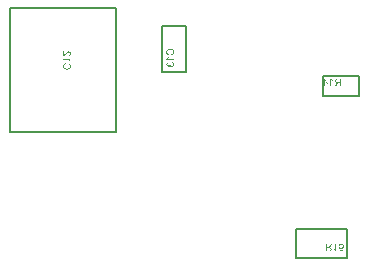
<source format=gbr>
%TF.GenerationSoftware,Altium Limited,Altium Designer,23.6.0 (18)*%
G04 Layer_Color=32896*
%FSLAX45Y45*%
%MOMM*%
%TF.SameCoordinates,CA757A27-890D-4031-9470-5F8B39CF6935*%
%TF.FilePolarity,Positive*%
%TF.FileFunction,Other,Bottom_Assembly*%
%TF.Part,Single*%
G01*
G75*
%TA.AperFunction,NonConductor*%
%ADD53C,0.20000*%
G36*
X10409519Y5015684D02*
X10410536Y5014205D01*
X10411738Y5012725D01*
X10412848Y5011431D01*
X10413957Y5010321D01*
X10414789Y5009397D01*
X10415159Y5009120D01*
X10415436Y5008842D01*
X10415529Y5008750D01*
X10415621Y5008657D01*
X10417563Y5007085D01*
X10419504Y5005606D01*
X10421354Y5004312D01*
X10423203Y5003295D01*
X10424774Y5002370D01*
X10425422Y5002000D01*
X10425976Y5001723D01*
X10426439Y5001446D01*
X10426808Y5001353D01*
X10426993Y5001168D01*
X10427086D01*
Y4993587D01*
X10425699Y4994142D01*
X10424312Y4994789D01*
X10422925Y4995436D01*
X10421631Y4996083D01*
X10420521Y4996638D01*
X10419597Y4997100D01*
X10419042Y4997470D01*
X10418950Y4997563D01*
X10418857D01*
X10417193Y4998580D01*
X10415714Y4999597D01*
X10414419Y5000521D01*
X10413402Y5001353D01*
X10412478Y5002000D01*
X10411923Y5002555D01*
X10411461Y5002925D01*
X10411368Y5003017D01*
Y4952999D01*
X10403510D01*
Y5017256D01*
X10408595D01*
X10409519Y5015684D01*
D02*
G37*
G36*
X10494301Y4952999D02*
X10485795D01*
Y4981383D01*
X10474886D01*
X10473869Y4981290D01*
X10473129D01*
X10472482Y4981198D01*
X10472019Y4981105D01*
X10471650D01*
X10471465Y4981013D01*
X10471372D01*
X10469893Y4980551D01*
X10469246Y4980273D01*
X10468691Y4979996D01*
X10468136Y4979719D01*
X10467766Y4979534D01*
X10467582Y4979441D01*
X10467489Y4979349D01*
X10466749Y4978794D01*
X10466010Y4978147D01*
X10464623Y4976760D01*
X10463976Y4976113D01*
X10463513Y4975558D01*
X10463236Y4975188D01*
X10463144Y4975096D01*
X10462219Y4973801D01*
X10461202Y4972414D01*
X10460185Y4970935D01*
X10459168Y4969548D01*
X10458336Y4968254D01*
X10457689Y4967237D01*
X10457411Y4966867D01*
X10457226Y4966590D01*
X10457042Y4966405D01*
Y4966312D01*
X10448628Y4952999D01*
X10438088D01*
X10449090Y4970380D01*
X10450385Y4972230D01*
X10451587Y4973894D01*
X10452789Y4975281D01*
X10453806Y4976575D01*
X10454730Y4977500D01*
X10455470Y4978239D01*
X10455932Y4978701D01*
X10456117Y4978886D01*
X10456857Y4979441D01*
X10457689Y4980088D01*
X10459353Y4981105D01*
X10460093Y4981475D01*
X10460647Y4981845D01*
X10461017Y4982030D01*
X10461202Y4982122D01*
X10459538Y4982400D01*
X10457966Y4982677D01*
X10456579Y4983139D01*
X10455192Y4983509D01*
X10453991Y4983971D01*
X10452881Y4984526D01*
X10451864Y4984989D01*
X10450939Y4985451D01*
X10450200Y4986006D01*
X10449460Y4986468D01*
X10448905Y4986838D01*
X10448443Y4987207D01*
X10448073Y4987485D01*
X10447796Y4987762D01*
X10447704Y4987855D01*
X10447611Y4987947D01*
X10446871Y4988872D01*
X10446132Y4989796D01*
X10445022Y4991738D01*
X10444283Y4993679D01*
X10443728Y4995528D01*
X10443358Y4997100D01*
X10443266Y4997747D01*
Y4998395D01*
X10443173Y4998857D01*
Y4999227D01*
Y4999412D01*
Y4999504D01*
X10443266Y5001446D01*
X10443543Y5003202D01*
X10444005Y5004867D01*
X10444468Y5006253D01*
X10445022Y5007455D01*
X10445392Y5008380D01*
X10445762Y5008935D01*
X10445854Y5009027D01*
Y5009120D01*
X10446964Y5010599D01*
X10448073Y5011893D01*
X10449275Y5013003D01*
X10450385Y5013835D01*
X10451402Y5014482D01*
X10452234Y5014852D01*
X10452789Y5015129D01*
X10452881Y5015222D01*
X10452974D01*
X10453806Y5015499D01*
X10454823Y5015776D01*
X10456857Y5016239D01*
X10459076Y5016516D01*
X10461110Y5016793D01*
X10463051Y5016886D01*
X10463883D01*
X10464623Y5016978D01*
X10494301D01*
Y4952999D01*
D02*
G37*
G36*
X10386035Y4975558D02*
Y4968346D01*
X10358206D01*
Y4952999D01*
X10350347D01*
Y4968346D01*
X10341656D01*
Y4975558D01*
X10350347D01*
Y5016978D01*
X10356727D01*
X10386035Y4975558D01*
D02*
G37*
G36*
X10408411Y3601009D02*
X10407117Y3599160D01*
X10405915Y3597495D01*
X10404713Y3596109D01*
X10403696Y3594814D01*
X10402771Y3593890D01*
X10402032Y3593150D01*
X10401569Y3592688D01*
X10401384Y3592503D01*
X10400645Y3591948D01*
X10399813Y3591301D01*
X10398148Y3590284D01*
X10397409Y3589914D01*
X10396854Y3589544D01*
X10396484Y3589359D01*
X10396299Y3589267D01*
X10397963Y3588990D01*
X10399535Y3588712D01*
X10400922Y3588250D01*
X10402309Y3587880D01*
X10403511Y3587418D01*
X10404620Y3586863D01*
X10405637Y3586401D01*
X10406562Y3585938D01*
X10407302Y3585384D01*
X10408041Y3584921D01*
X10408596Y3584552D01*
X10409058Y3584182D01*
X10409428Y3583904D01*
X10409705Y3583627D01*
X10409798Y3583535D01*
X10409890Y3583442D01*
X10410630Y3582518D01*
X10411370Y3581593D01*
X10412479Y3579651D01*
X10413219Y3577710D01*
X10413773Y3575861D01*
X10414143Y3574289D01*
X10414236Y3573642D01*
Y3572995D01*
X10414328Y3572532D01*
Y3572163D01*
Y3571978D01*
Y3571885D01*
X10414236Y3569944D01*
X10413958Y3568187D01*
X10413496Y3566523D01*
X10413034Y3565136D01*
X10412479Y3563934D01*
X10412109Y3563009D01*
X10411739Y3562455D01*
X10411647Y3562362D01*
Y3562270D01*
X10410537Y3560790D01*
X10409428Y3559496D01*
X10408226Y3558387D01*
X10407117Y3557554D01*
X10406100Y3556907D01*
X10405267Y3556537D01*
X10404713Y3556260D01*
X10404620Y3556168D01*
X10404528D01*
X10403696Y3555890D01*
X10402679Y3555613D01*
X10400645Y3555151D01*
X10398426Y3554873D01*
X10396392Y3554596D01*
X10394450Y3554503D01*
X10393618D01*
X10392878Y3554411D01*
X10363200D01*
Y3618391D01*
X10371706D01*
Y3590007D01*
X10382616D01*
X10383633Y3590099D01*
X10384372D01*
X10385020Y3590191D01*
X10385482Y3590284D01*
X10385852D01*
X10386037Y3590376D01*
X10386129D01*
X10387608Y3590839D01*
X10388256Y3591116D01*
X10388810Y3591393D01*
X10389365Y3591671D01*
X10389735Y3591856D01*
X10389920Y3591948D01*
X10390012Y3592041D01*
X10390752Y3592595D01*
X10391492Y3593242D01*
X10392878Y3594629D01*
X10393526Y3595277D01*
X10393988Y3595831D01*
X10394265Y3596201D01*
X10394358Y3596294D01*
X10395282Y3597588D01*
X10396299Y3598975D01*
X10397316Y3600454D01*
X10398333Y3601841D01*
X10399165Y3603135D01*
X10399813Y3604152D01*
X10400090Y3604522D01*
X10400275Y3604799D01*
X10400460Y3604984D01*
Y3605077D01*
X10408873Y3618391D01*
X10419413D01*
X10408411Y3601009D01*
D02*
G37*
G36*
X10496614Y3619408D02*
X10498463Y3619130D01*
X10500220Y3618760D01*
X10501792Y3618298D01*
X10503271Y3617651D01*
X10504658Y3617004D01*
X10505952Y3616356D01*
X10507062Y3615617D01*
X10508079Y3614877D01*
X10509003Y3614230D01*
X10509743Y3613490D01*
X10510390Y3612936D01*
X10510852Y3612473D01*
X10511222Y3612104D01*
X10511407Y3611826D01*
X10511499Y3611734D01*
X10512424Y3610532D01*
X10513164Y3609237D01*
X10513903Y3608035D01*
X10514458Y3606741D01*
X10515383Y3604245D01*
X10515937Y3601841D01*
X10516122Y3600824D01*
X10516307Y3599807D01*
X10516400Y3598975D01*
X10516492Y3598235D01*
X10516585Y3597588D01*
Y3597126D01*
Y3596848D01*
Y3596756D01*
X10516492Y3595092D01*
X10516307Y3593520D01*
X10516030Y3591948D01*
X10515660Y3590561D01*
X10515198Y3589267D01*
X10514735Y3587973D01*
X10514181Y3586863D01*
X10513718Y3585846D01*
X10513164Y3584921D01*
X10512609Y3584089D01*
X10512147Y3583442D01*
X10511684Y3582795D01*
X10511315Y3582333D01*
X10511037Y3582055D01*
X10510852Y3581870D01*
X10510760Y3581778D01*
X10509650Y3580761D01*
X10508541Y3579836D01*
X10507339Y3579097D01*
X10506137Y3578450D01*
X10504935Y3577802D01*
X10503733Y3577340D01*
X10501514Y3576693D01*
X10500497Y3576416D01*
X10499573Y3576231D01*
X10498740Y3576138D01*
X10498001Y3576046D01*
X10497446Y3575953D01*
X10495412D01*
X10494303Y3576138D01*
X10492084Y3576600D01*
X10490050Y3577248D01*
X10488201Y3577987D01*
X10486721Y3578727D01*
X10486074Y3579097D01*
X10485519Y3579374D01*
X10485057Y3579651D01*
X10484780Y3579836D01*
X10484595Y3579929D01*
X10484502Y3580021D01*
X10487923Y3562732D01*
X10513533D01*
Y3555243D01*
X10481729D01*
X10475534Y3588157D01*
X10482931Y3589174D01*
X10483578Y3588157D01*
X10484410Y3587325D01*
X10485149Y3586493D01*
X10485889Y3585846D01*
X10486629Y3585384D01*
X10487183Y3584921D01*
X10487553Y3584737D01*
X10487646Y3584644D01*
X10488848Y3584089D01*
X10490050Y3583627D01*
X10491159Y3583350D01*
X10492269Y3583072D01*
X10493193Y3582980D01*
X10493933Y3582887D01*
X10495689D01*
X10496799Y3583072D01*
X10498740Y3583535D01*
X10500405Y3584182D01*
X10501884Y3584829D01*
X10502993Y3585569D01*
X10503826Y3586216D01*
X10504288Y3586678D01*
X10504473Y3586771D01*
Y3586863D01*
X10505767Y3588435D01*
X10506692Y3590099D01*
X10507339Y3591856D01*
X10507801Y3593612D01*
X10508079Y3595092D01*
X10508171Y3595739D01*
Y3596294D01*
X10508263Y3596756D01*
Y3597126D01*
Y3597311D01*
Y3597403D01*
Y3598697D01*
X10508079Y3599899D01*
X10507616Y3602211D01*
X10506969Y3604152D01*
X10506322Y3605724D01*
X10505582Y3607018D01*
X10504935Y3608035D01*
X10504658Y3608313D01*
X10504473Y3608590D01*
X10504380Y3608683D01*
X10504288Y3608775D01*
X10503548Y3609515D01*
X10502809Y3610162D01*
X10501144Y3611271D01*
X10499573Y3612011D01*
X10498001Y3612473D01*
X10496706Y3612843D01*
X10495597Y3612936D01*
X10495227Y3613028D01*
X10494672D01*
X10492916Y3612936D01*
X10491344Y3612566D01*
X10489957Y3612104D01*
X10488848Y3611549D01*
X10487831Y3610994D01*
X10487091Y3610532D01*
X10486721Y3610162D01*
X10486536Y3610069D01*
X10485427Y3608775D01*
X10484502Y3607388D01*
X10483763Y3605817D01*
X10483208Y3604430D01*
X10482838Y3603043D01*
X10482561Y3602026D01*
X10482468Y3601564D01*
X10482376Y3601286D01*
Y3601101D01*
Y3601009D01*
X10474147Y3601656D01*
X10474332Y3603135D01*
X10474609Y3604522D01*
X10475442Y3607111D01*
X10476459Y3609330D01*
X10477013Y3610347D01*
X10477568Y3611179D01*
X10478030Y3612011D01*
X10478585Y3612751D01*
X10479047Y3613305D01*
X10479510Y3613768D01*
X10479879Y3614138D01*
X10480064Y3614507D01*
X10480249Y3614600D01*
X10480342Y3614692D01*
X10481451Y3615524D01*
X10482561Y3616264D01*
X10483763Y3616911D01*
X10484965Y3617466D01*
X10487276Y3618298D01*
X10489587Y3618853D01*
X10490604Y3619130D01*
X10491621Y3619223D01*
X10492453Y3619315D01*
X10493193Y3619408D01*
X10493840Y3619500D01*
X10494672D01*
X10496614Y3619408D01*
D02*
G37*
G36*
X10453992Y3554134D02*
X10448907D01*
X10447982Y3555705D01*
X10446965Y3557185D01*
X10445763Y3558664D01*
X10444654Y3559958D01*
X10443544Y3561068D01*
X10442712Y3561992D01*
X10442342Y3562270D01*
X10442065Y3562547D01*
X10441973Y3562640D01*
X10441880Y3562732D01*
X10439938Y3564304D01*
X10437997Y3565783D01*
X10436148Y3567077D01*
X10434299Y3568094D01*
X10432727Y3569019D01*
X10432080Y3569389D01*
X10431525Y3569666D01*
X10431063Y3569944D01*
X10430693Y3570036D01*
X10430508Y3570221D01*
X10430416D01*
Y3577802D01*
X10431802Y3577248D01*
X10433189Y3576600D01*
X10434576Y3575953D01*
X10435870Y3575306D01*
X10436980Y3574751D01*
X10437904Y3574289D01*
X10438459Y3573919D01*
X10438552Y3573827D01*
X10438644D01*
X10440308Y3572810D01*
X10441788Y3571793D01*
X10443082Y3570868D01*
X10444099Y3570036D01*
X10445024Y3569389D01*
X10445578Y3568834D01*
X10446041Y3568464D01*
X10446133Y3568372D01*
Y3618391D01*
X10453992D01*
Y3554134D01*
D02*
G37*
G36*
X8149390Y5216035D02*
X8150961Y5217144D01*
X8151609Y5217699D01*
X8152256Y5218161D01*
X8152810Y5218623D01*
X8153180Y5218993D01*
X8153458Y5219270D01*
X8153550Y5219363D01*
X8154012Y5219825D01*
X8154475Y5220380D01*
X8155677Y5221674D01*
X8157063Y5223154D01*
X8158450Y5224725D01*
X8159652Y5226205D01*
X8160207Y5226852D01*
X8160762Y5227407D01*
X8161132Y5227869D01*
X8161409Y5228239D01*
X8161594Y5228424D01*
X8161686Y5228516D01*
X8162981Y5229995D01*
X8164183Y5231475D01*
X8165384Y5232769D01*
X8166401Y5233971D01*
X8167419Y5235080D01*
X8168343Y5236005D01*
X8169175Y5236930D01*
X8169915Y5237669D01*
X8170654Y5238409D01*
X8171209Y5238964D01*
X8171671Y5239426D01*
X8172134Y5239888D01*
X8172689Y5240350D01*
X8172873Y5240535D01*
X8174445Y5241830D01*
X8175832Y5242939D01*
X8177219Y5243864D01*
X8178328Y5244603D01*
X8179345Y5245158D01*
X8180085Y5245528D01*
X8180547Y5245713D01*
X8180732Y5245805D01*
X8182119Y5246360D01*
X8183506Y5246730D01*
X8184800Y5247100D01*
X8185910Y5247285D01*
X8186927Y5247377D01*
X8187666Y5247470D01*
X8188129D01*
X8188314D01*
X8189700Y5247377D01*
X8190995Y5247192D01*
X8192289Y5247007D01*
X8193399Y5246637D01*
X8195618Y5245713D01*
X8197374Y5244788D01*
X8198206Y5244234D01*
X8198854Y5243771D01*
X8199501Y5243309D01*
X8199963Y5242847D01*
X8200333Y5242477D01*
X8200703Y5242292D01*
X8200795Y5242107D01*
X8200888Y5242015D01*
X8201812Y5240998D01*
X8202644Y5239888D01*
X8203291Y5238686D01*
X8203846Y5237484D01*
X8204771Y5235080D01*
X8205418Y5232677D01*
X8205603Y5231660D01*
X8205788Y5230643D01*
X8205880Y5229718D01*
X8205973Y5228978D01*
X8206065Y5228331D01*
Y5227407D01*
X8205973Y5225742D01*
X8205880Y5224171D01*
X8205603Y5222691D01*
X8205325Y5221305D01*
X8204956Y5220010D01*
X8204586Y5218808D01*
X8204124Y5217699D01*
X8203661Y5216682D01*
X8203199Y5215757D01*
X8202737Y5215018D01*
X8202367Y5214370D01*
X8201997Y5213816D01*
X8201720Y5213353D01*
X8201442Y5213076D01*
X8201350Y5212891D01*
X8201257Y5212799D01*
X8200333Y5211874D01*
X8199316Y5211042D01*
X8198206Y5210210D01*
X8197097Y5209563D01*
X8194878Y5208453D01*
X8192659Y5207713D01*
X8191642Y5207436D01*
X8190625Y5207159D01*
X8189793Y5206974D01*
X8189053Y5206789D01*
X8188406Y5206696D01*
X8187944D01*
X8187666Y5206604D01*
X8187574D01*
X8186742Y5214648D01*
X8188868Y5214833D01*
X8190717Y5215202D01*
X8192382Y5215757D01*
X8193676Y5216404D01*
X8194785Y5216959D01*
X8195525Y5217514D01*
X8195987Y5217884D01*
X8196172Y5218069D01*
X8197282Y5219455D01*
X8198114Y5220935D01*
X8198761Y5222506D01*
X8199131Y5223893D01*
X8199408Y5225188D01*
X8199501Y5226297D01*
X8199593Y5226667D01*
Y5227222D01*
X8199501Y5229163D01*
X8199131Y5230920D01*
X8198576Y5232399D01*
X8198021Y5233694D01*
X8197374Y5234711D01*
X8196912Y5235358D01*
X8196542Y5235820D01*
X8196357Y5236005D01*
X8195063Y5237114D01*
X8193768Y5237947D01*
X8192474Y5238594D01*
X8191180Y5238964D01*
X8190163Y5239241D01*
X8189238Y5239333D01*
X8188683Y5239426D01*
X8188591D01*
X8188498D01*
X8186834Y5239241D01*
X8185078Y5238871D01*
X8183506Y5238224D01*
X8182027Y5237577D01*
X8180825Y5236837D01*
X8179808Y5236190D01*
X8179438Y5236005D01*
X8179160Y5235820D01*
X8179068Y5235635D01*
X8178976D01*
X8177958Y5234896D01*
X8176941Y5233971D01*
X8175832Y5232954D01*
X8174723Y5231845D01*
X8172504Y5229533D01*
X8170285Y5227222D01*
X8169268Y5226020D01*
X8168343Y5225003D01*
X8167511Y5223986D01*
X8166771Y5223154D01*
X8166217Y5222506D01*
X8165754Y5221952D01*
X8165477Y5221582D01*
X8165384Y5221489D01*
X8163443Y5219178D01*
X8161594Y5217052D01*
X8159930Y5215295D01*
X8158543Y5213908D01*
X8157341Y5212706D01*
X8156509Y5211874D01*
X8155954Y5211412D01*
X8155862Y5211227D01*
X8155769D01*
X8154197Y5209932D01*
X8152718Y5208915D01*
X8151239Y5207991D01*
X8149944Y5207251D01*
X8148835Y5206696D01*
X8148003Y5206327D01*
X8147448Y5206142D01*
X8147356Y5206049D01*
X8147263D01*
X8146246Y5205679D01*
X8145322Y5205495D01*
X8144397Y5205310D01*
X8143565Y5205217D01*
X8142825Y5205125D01*
X8142270D01*
X8141901D01*
X8141808D01*
Y5247562D01*
X8149390D01*
Y5216035D01*
D02*
G37*
G36*
X8206065Y5180994D02*
X8204493Y5180069D01*
X8203014Y5179052D01*
X8201535Y5177850D01*
X8200240Y5176741D01*
X8199131Y5175631D01*
X8198206Y5174799D01*
X8197929Y5174429D01*
X8197652Y5174152D01*
X8197559Y5174060D01*
X8197467Y5173967D01*
X8195895Y5172025D01*
X8194416Y5170084D01*
X8193121Y5168235D01*
X8192104Y5166386D01*
X8191180Y5164814D01*
X8190810Y5164167D01*
X8190533Y5163612D01*
X8190255Y5163150D01*
X8190163Y5162780D01*
X8189978Y5162595D01*
Y5162503D01*
X8182396D01*
X8182951Y5163889D01*
X8183598Y5165276D01*
X8184246Y5166663D01*
X8184893Y5167957D01*
X8185447Y5169067D01*
X8185910Y5169991D01*
X8186280Y5170546D01*
X8186372Y5170639D01*
Y5170731D01*
X8187389Y5172395D01*
X8188406Y5173875D01*
X8189331Y5175169D01*
X8190163Y5176186D01*
X8190810Y5177111D01*
X8191365Y5177665D01*
X8191734Y5178128D01*
X8191827Y5178220D01*
X8141808D01*
Y5186079D01*
X8206065D01*
Y5180994D01*
D02*
G37*
G36*
X8164183Y5140775D02*
X8162703Y5140406D01*
X8161316Y5139943D01*
X8160022Y5139481D01*
X8158820Y5139019D01*
X8157711Y5138464D01*
X8156786Y5137909D01*
X8155862Y5137262D01*
X8155029Y5136707D01*
X8154290Y5136245D01*
X8153735Y5135690D01*
X8153180Y5135228D01*
X8152718Y5134858D01*
X8152441Y5134488D01*
X8152163Y5134211D01*
X8152071Y5134119D01*
X8151978Y5134026D01*
X8151239Y5133101D01*
X8150684Y5132084D01*
X8149667Y5130050D01*
X8148927Y5128109D01*
X8148465Y5126167D01*
X8148095Y5124503D01*
X8148003Y5123856D01*
Y5123209D01*
X8147910Y5122654D01*
Y5122007D01*
X8148003Y5119880D01*
X8148373Y5117846D01*
X8148835Y5115997D01*
X8149390Y5114333D01*
X8149944Y5113039D01*
X8150222Y5112484D01*
X8150407Y5112022D01*
X8150592Y5111652D01*
X8150776Y5111374D01*
X8150869Y5111189D01*
Y5111097D01*
X8152163Y5109340D01*
X8153550Y5107861D01*
X8155122Y5106567D01*
X8156601Y5105550D01*
X8157896Y5104718D01*
X8159005Y5104163D01*
X8159467Y5103978D01*
X8159745Y5103793D01*
X8159930Y5103700D01*
X8160022D01*
X8162426Y5102961D01*
X8164830Y5102406D01*
X8167234Y5101944D01*
X8169453Y5101666D01*
X8170470Y5101574D01*
X8171394Y5101482D01*
X8172226D01*
X8172873Y5101389D01*
X8173428D01*
X8173890D01*
X8174168D01*
X8174260D01*
X8176664Y5101482D01*
X8178883Y5101666D01*
X8180917Y5102036D01*
X8182766Y5102406D01*
X8184338Y5102683D01*
X8184985Y5102868D01*
X8185540Y5103053D01*
X8186002Y5103146D01*
X8186280Y5103238D01*
X8186464Y5103331D01*
X8186557D01*
X8188683Y5104255D01*
X8190625Y5105272D01*
X8192197Y5106382D01*
X8193584Y5107584D01*
X8194693Y5108601D01*
X8195433Y5109433D01*
X8195895Y5110080D01*
X8196080Y5110172D01*
Y5110265D01*
X8197282Y5112206D01*
X8198206Y5114333D01*
X8198854Y5116367D01*
X8199223Y5118309D01*
X8199501Y5120065D01*
X8199593Y5120805D01*
Y5121452D01*
X8199686Y5121914D01*
Y5122654D01*
X8199593Y5124965D01*
X8199223Y5127092D01*
X8198669Y5128849D01*
X8198114Y5130420D01*
X8197467Y5131622D01*
X8197004Y5132547D01*
X8196635Y5133101D01*
X8196450Y5133286D01*
X8195063Y5134766D01*
X8193491Y5136153D01*
X8191827Y5137262D01*
X8190163Y5138187D01*
X8188683Y5138926D01*
X8187944Y5139204D01*
X8187389Y5139389D01*
X8186927Y5139573D01*
X8186557Y5139758D01*
X8186372Y5139851D01*
X8186280D01*
X8188221Y5148172D01*
X8189885Y5147617D01*
X8191365Y5147062D01*
X8192751Y5146323D01*
X8194138Y5145676D01*
X8195340Y5144936D01*
X8196450Y5144104D01*
X8197559Y5143364D01*
X8198484Y5142624D01*
X8199223Y5141885D01*
X8199963Y5141238D01*
X8200610Y5140590D01*
X8201072Y5140128D01*
X8201535Y5139666D01*
X8201812Y5139296D01*
X8201905Y5139111D01*
X8201997Y5139019D01*
X8202829Y5137724D01*
X8203661Y5136430D01*
X8204308Y5135136D01*
X8204863Y5133749D01*
X8205695Y5130975D01*
X8206250Y5128479D01*
X8206527Y5127277D01*
X8206620Y5126260D01*
X8206712Y5125243D01*
X8206805Y5124411D01*
X8206897Y5123763D01*
Y5122839D01*
X8206712Y5119788D01*
X8206250Y5116829D01*
X8205695Y5114240D01*
X8205325Y5113039D01*
X8204956Y5111929D01*
X8204586Y5110912D01*
X8204216Y5109987D01*
X8203939Y5109248D01*
X8203661Y5108508D01*
X8203384Y5108046D01*
X8203199Y5107676D01*
X8203107Y5107399D01*
X8203014Y5107306D01*
X8201442Y5104810D01*
X8199593Y5102683D01*
X8197744Y5100834D01*
X8195895Y5099263D01*
X8194231Y5098061D01*
X8193491Y5097598D01*
X8192844Y5097229D01*
X8192382Y5096859D01*
X8192012Y5096674D01*
X8191734Y5096581D01*
X8191642Y5096489D01*
X8188776Y5095195D01*
X8185817Y5094270D01*
X8182859Y5093623D01*
X8180177Y5093161D01*
X8178976Y5092976D01*
X8177774Y5092883D01*
X8176849Y5092791D01*
X8175924D01*
X8175277Y5092698D01*
X8174723D01*
X8174353D01*
X8174260D01*
X8170932Y5092883D01*
X8167696Y5093253D01*
X8164830Y5093715D01*
X8163443Y5094085D01*
X8162241Y5094362D01*
X8161132Y5094640D01*
X8160114Y5095010D01*
X8159190Y5095287D01*
X8158450Y5095472D01*
X8157896Y5095749D01*
X8157433Y5095842D01*
X8157156Y5096027D01*
X8157063D01*
X8154290Y5097413D01*
X8151793Y5098985D01*
X8149667Y5100649D01*
X8148835Y5101482D01*
X8148003Y5102221D01*
X8147263Y5102961D01*
X8146616Y5103700D01*
X8146061Y5104348D01*
X8145691Y5104902D01*
X8145322Y5105272D01*
X8145044Y5105642D01*
X8144952Y5105827D01*
X8144859Y5105919D01*
X8144120Y5107214D01*
X8143472Y5108508D01*
X8142455Y5111282D01*
X8141716Y5114056D01*
X8141253Y5116737D01*
X8141069Y5118031D01*
X8140884Y5119141D01*
X8140791Y5120158D01*
Y5120990D01*
X8140699Y5121729D01*
Y5122746D01*
X8140791Y5124596D01*
X8140976Y5126352D01*
X8141161Y5128016D01*
X8141531Y5129588D01*
X8141993Y5131067D01*
X8142455Y5132454D01*
X8142918Y5133749D01*
X8143472Y5134951D01*
X8143935Y5135968D01*
X8144397Y5136985D01*
X8144859Y5137724D01*
X8145322Y5138464D01*
X8145691Y5138926D01*
X8145876Y5139389D01*
X8146061Y5139573D01*
X8146154Y5139666D01*
X8147263Y5140960D01*
X8148373Y5142070D01*
X8149667Y5143087D01*
X8150961Y5144104D01*
X8153550Y5145768D01*
X8156139Y5147062D01*
X8157341Y5147617D01*
X8158450Y5148079D01*
X8159467Y5148449D01*
X8160299Y5148727D01*
X8161039Y5149004D01*
X8161594Y5149189D01*
X8161964Y5149281D01*
X8162056D01*
X8164183Y5140775D01*
D02*
G37*
G36*
X9050268Y5270316D02*
X9053504Y5269947D01*
X9056370Y5269484D01*
X9057757Y5269114D01*
X9058959Y5268837D01*
X9060068Y5268560D01*
X9061085Y5268190D01*
X9062010Y5267913D01*
X9062749Y5267728D01*
X9063304Y5267450D01*
X9063766Y5267358D01*
X9064044Y5267173D01*
X9064136D01*
X9066910Y5265786D01*
X9069406Y5264214D01*
X9071533Y5262550D01*
X9072365Y5261718D01*
X9073197Y5260978D01*
X9073936Y5260239D01*
X9074584Y5259499D01*
X9075138Y5258852D01*
X9075508Y5258297D01*
X9075878Y5257927D01*
X9076155Y5257557D01*
X9076248Y5257373D01*
X9076340Y5257280D01*
X9077080Y5255986D01*
X9077727Y5254691D01*
X9078744Y5251918D01*
X9079484Y5249144D01*
X9079946Y5246463D01*
X9080131Y5245168D01*
X9080316Y5244059D01*
X9080408Y5243042D01*
Y5242210D01*
X9080501Y5241470D01*
Y5240453D01*
X9080408Y5238604D01*
X9080223Y5236847D01*
X9080038Y5235183D01*
X9079669Y5233611D01*
X9079206Y5232132D01*
X9078744Y5230745D01*
X9078282Y5229451D01*
X9077727Y5228249D01*
X9077265Y5227232D01*
X9076803Y5226215D01*
X9076340Y5225475D01*
X9075878Y5224736D01*
X9075508Y5224273D01*
X9075323Y5223811D01*
X9075138Y5223626D01*
X9075046Y5223534D01*
X9073936Y5222239D01*
X9072827Y5221130D01*
X9071533Y5220113D01*
X9070238Y5219096D01*
X9067649Y5217432D01*
X9065061Y5216137D01*
X9063859Y5215582D01*
X9062749Y5215120D01*
X9061732Y5214750D01*
X9060900Y5214473D01*
X9060160Y5214196D01*
X9059606Y5214011D01*
X9059236Y5213918D01*
X9059143D01*
X9057017Y5222424D01*
X9058496Y5222794D01*
X9059883Y5223256D01*
X9061177Y5223719D01*
X9062379Y5224181D01*
X9063489Y5224736D01*
X9064413Y5225290D01*
X9065338Y5225937D01*
X9066170Y5226492D01*
X9066910Y5226954D01*
X9067464Y5227509D01*
X9068019Y5227972D01*
X9068481Y5228341D01*
X9068759Y5228711D01*
X9069036Y5228989D01*
X9069129Y5229081D01*
X9069221Y5229173D01*
X9069961Y5230098D01*
X9070516Y5231115D01*
X9071533Y5233149D01*
X9072272Y5235091D01*
X9072734Y5237032D01*
X9073104Y5238696D01*
X9073197Y5239344D01*
Y5239991D01*
X9073289Y5240546D01*
Y5241193D01*
X9073197Y5243319D01*
X9072827Y5245353D01*
X9072365Y5247202D01*
X9071810Y5248867D01*
X9071255Y5250161D01*
X9070978Y5250716D01*
X9070793Y5251178D01*
X9070608Y5251548D01*
X9070423Y5251825D01*
X9070331Y5252010D01*
Y5252103D01*
X9069036Y5253859D01*
X9067649Y5255338D01*
X9066078Y5256633D01*
X9064598Y5257650D01*
X9063304Y5258482D01*
X9062194Y5259037D01*
X9061732Y5259222D01*
X9061455Y5259407D01*
X9061270Y5259499D01*
X9061177D01*
X9058774Y5260239D01*
X9056370Y5260793D01*
X9053966Y5261256D01*
X9051747Y5261533D01*
X9050730Y5261625D01*
X9049805Y5261718D01*
X9048973D01*
X9048326Y5261810D01*
X9047771D01*
X9047309D01*
X9047032D01*
X9046939D01*
X9044535Y5261718D01*
X9042316Y5261533D01*
X9040282Y5261163D01*
X9038433Y5260793D01*
X9036862Y5260516D01*
X9036214Y5260331D01*
X9035660Y5260146D01*
X9035197Y5260054D01*
X9034920Y5259961D01*
X9034735Y5259869D01*
X9034643D01*
X9032516Y5258944D01*
X9030575Y5257927D01*
X9029003Y5256818D01*
X9027616Y5255616D01*
X9026506Y5254599D01*
X9025767Y5253767D01*
X9025305Y5253120D01*
X9025120Y5253027D01*
Y5252935D01*
X9023918Y5250993D01*
X9022993Y5248867D01*
X9022346Y5246833D01*
X9021976Y5244891D01*
X9021699Y5243134D01*
X9021606Y5242395D01*
Y5241747D01*
X9021514Y5241285D01*
Y5240546D01*
X9021606Y5238234D01*
X9021976Y5236108D01*
X9022531Y5234351D01*
X9023086Y5232779D01*
X9023733Y5231577D01*
X9024195Y5230653D01*
X9024565Y5230098D01*
X9024750Y5229913D01*
X9026137Y5228434D01*
X9027708Y5227047D01*
X9029373Y5225937D01*
X9031037Y5225013D01*
X9032516Y5224273D01*
X9033256Y5223996D01*
X9033810Y5223811D01*
X9034273Y5223626D01*
X9034643Y5223441D01*
X9034827Y5223349D01*
X9034920D01*
X9032978Y5215028D01*
X9031314Y5215582D01*
X9029835Y5216137D01*
X9028448Y5216877D01*
X9027061Y5217524D01*
X9025859Y5218264D01*
X9024750Y5219096D01*
X9023640Y5219835D01*
X9022716Y5220575D01*
X9021976Y5221315D01*
X9021236Y5221962D01*
X9020589Y5222609D01*
X9020127Y5223071D01*
X9019665Y5223534D01*
X9019387Y5223903D01*
X9019295Y5224088D01*
X9019202Y5224181D01*
X9018370Y5225475D01*
X9017538Y5226770D01*
X9016891Y5228064D01*
X9016336Y5229451D01*
X9015504Y5232224D01*
X9014949Y5234721D01*
X9014672Y5235923D01*
X9014580Y5236940D01*
X9014487Y5237957D01*
X9014395Y5238789D01*
X9014302Y5239436D01*
Y5240361D01*
X9014487Y5243412D01*
X9014949Y5246370D01*
X9015504Y5248959D01*
X9015874Y5250161D01*
X9016244Y5251270D01*
X9016614Y5252287D01*
X9016983Y5253212D01*
X9017261Y5253952D01*
X9017538Y5254691D01*
X9017816Y5255154D01*
X9018001Y5255523D01*
X9018093Y5255801D01*
X9018185Y5255893D01*
X9019757Y5258390D01*
X9021606Y5260516D01*
X9023455Y5262365D01*
X9025305Y5263937D01*
X9026969Y5265139D01*
X9027708Y5265601D01*
X9028356Y5265971D01*
X9028818Y5266341D01*
X9029188Y5266526D01*
X9029465Y5266618D01*
X9029558Y5266711D01*
X9032424Y5268005D01*
X9035382Y5268930D01*
X9038341Y5269577D01*
X9041022Y5270039D01*
X9042224Y5270224D01*
X9043426Y5270316D01*
X9044350Y5270409D01*
X9045275D01*
X9045922Y5270501D01*
X9046477D01*
X9046847D01*
X9046939D01*
X9050268Y5270316D01*
D02*
G37*
G36*
X9038248Y5199310D02*
X9037601Y5197923D01*
X9036954Y5196536D01*
X9036307Y5195242D01*
X9035752Y5194133D01*
X9035290Y5193208D01*
X9034920Y5192653D01*
X9034827Y5192561D01*
Y5192468D01*
X9033810Y5190804D01*
X9032793Y5189325D01*
X9031869Y5188031D01*
X9031037Y5187014D01*
X9030390Y5186089D01*
X9029835Y5185534D01*
X9029465Y5185072D01*
X9029373Y5184979D01*
X9079391D01*
Y5177121D01*
X9015134D01*
Y5182206D01*
X9016706Y5183130D01*
X9018185Y5184147D01*
X9019665Y5185349D01*
X9020959Y5186459D01*
X9022069Y5187568D01*
X9022993Y5188400D01*
X9023270Y5188770D01*
X9023548Y5189048D01*
X9023640Y5189140D01*
X9023733Y5189232D01*
X9025305Y5191174D01*
X9026784Y5193116D01*
X9028078Y5194965D01*
X9029095Y5196814D01*
X9030020Y5198386D01*
X9030390Y5199033D01*
X9030667Y5199588D01*
X9030944Y5200050D01*
X9031037Y5200420D01*
X9031222Y5200605D01*
Y5200697D01*
X9038803D01*
X9038248Y5199310D01*
D02*
G37*
G36*
X9063951Y5156688D02*
X9065338Y5156411D01*
X9067927Y5155578D01*
X9070146Y5154561D01*
X9071070Y5154007D01*
X9071995Y5153452D01*
X9072827Y5152897D01*
X9073474Y5152343D01*
X9074121Y5151880D01*
X9074584Y5151418D01*
X9074953Y5151141D01*
X9075231Y5150863D01*
X9075416Y5150678D01*
X9075508Y5150586D01*
X9076340Y5149476D01*
X9077172Y5148367D01*
X9077820Y5147257D01*
X9078374Y5146055D01*
X9079299Y5143744D01*
X9079854Y5141525D01*
X9080038Y5140508D01*
X9080223Y5139584D01*
X9080316Y5138751D01*
X9080408Y5138012D01*
X9080501Y5137457D01*
Y5136625D01*
X9080408Y5134868D01*
X9080223Y5133297D01*
X9079946Y5131725D01*
X9079576Y5130246D01*
X9079114Y5128859D01*
X9078652Y5127657D01*
X9078097Y5126455D01*
X9077542Y5125438D01*
X9077080Y5124421D01*
X9076525Y5123589D01*
X9076063Y5122849D01*
X9075601Y5122294D01*
X9075231Y5121832D01*
X9074953Y5121462D01*
X9074768Y5121277D01*
X9074676Y5121185D01*
X9073567Y5120075D01*
X9072365Y5119151D01*
X9071163Y5118319D01*
X9069961Y5117579D01*
X9068851Y5117024D01*
X9067649Y5116470D01*
X9065430Y5115730D01*
X9064413Y5115545D01*
X9063489Y5115360D01*
X9062657Y5115175D01*
X9061917Y5115083D01*
X9061362Y5114990D01*
X9060900D01*
X9060623D01*
X9060530D01*
X9058311Y5115083D01*
X9056277Y5115453D01*
X9054521Y5116007D01*
X9053041Y5116562D01*
X9051839Y5117117D01*
X9050915Y5117672D01*
X9050360Y5118041D01*
X9050175Y5118134D01*
X9048788Y5119428D01*
X9047586Y5120815D01*
X9046662Y5122294D01*
X9045922Y5123774D01*
X9045367Y5125068D01*
X9044998Y5126085D01*
X9044905Y5126455D01*
X9044813Y5126732D01*
X9044720Y5126917D01*
Y5127010D01*
X9043888Y5125438D01*
X9043056Y5124143D01*
X9042132Y5123034D01*
X9041299Y5122109D01*
X9040560Y5121370D01*
X9039913Y5120815D01*
X9039543Y5120538D01*
X9039358Y5120445D01*
X9038063Y5119706D01*
X9036769Y5119151D01*
X9035475Y5118689D01*
X9034273Y5118411D01*
X9033256Y5118226D01*
X9032516Y5118134D01*
X9031961D01*
X9031776D01*
X9030205Y5118226D01*
X9028633Y5118504D01*
X9027246Y5118873D01*
X9026044Y5119336D01*
X9025027Y5119798D01*
X9024195Y5120168D01*
X9023733Y5120445D01*
X9023548Y5120538D01*
X9022161Y5121462D01*
X9020959Y5122572D01*
X9019942Y5123681D01*
X9019018Y5124791D01*
X9018370Y5125715D01*
X9017816Y5126547D01*
X9017538Y5127102D01*
X9017446Y5127194D01*
Y5127287D01*
X9016706Y5128951D01*
X9016151Y5130615D01*
X9015689Y5132280D01*
X9015412Y5133759D01*
X9015227Y5134961D01*
X9015134Y5135978D01*
Y5138289D01*
X9015319Y5139584D01*
X9015782Y5142080D01*
X9016521Y5144206D01*
X9017261Y5146055D01*
X9017723Y5146888D01*
X9018093Y5147535D01*
X9018463Y5148182D01*
X9018833Y5148644D01*
X9019110Y5149014D01*
X9019295Y5149291D01*
X9019387Y5149476D01*
X9019480Y5149569D01*
X9021236Y5151325D01*
X9023178Y5152712D01*
X9025212Y5153822D01*
X9027246Y5154746D01*
X9029003Y5155301D01*
X9029742Y5155578D01*
X9030390Y5155763D01*
X9030944Y5155856D01*
X9031314Y5155948D01*
X9031592Y5156041D01*
X9031684D01*
X9033071Y5148182D01*
X9031037Y5147812D01*
X9029280Y5147257D01*
X9027801Y5146610D01*
X9026599Y5145963D01*
X9025674Y5145316D01*
X9025027Y5144761D01*
X9024565Y5144391D01*
X9024472Y5144299D01*
X9023548Y5143097D01*
X9022808Y5141803D01*
X9022346Y5140601D01*
X9021976Y5139399D01*
X9021791Y5138289D01*
X9021606Y5137457D01*
Y5136717D01*
X9021699Y5135053D01*
X9022069Y5133574D01*
X9022531Y5132280D01*
X9022993Y5131170D01*
X9023548Y5130338D01*
X9024010Y5129691D01*
X9024380Y5129229D01*
X9024472Y5129136D01*
X9025582Y5128119D01*
X9026784Y5127379D01*
X9027986Y5126917D01*
X9029095Y5126547D01*
X9030112Y5126362D01*
X9030852Y5126177D01*
X9031407D01*
X9031499D01*
X9031592D01*
X9032609D01*
X9033533Y5126362D01*
X9035105Y5126825D01*
X9036492Y5127472D01*
X9037694Y5128211D01*
X9038526Y5128951D01*
X9039173Y5129598D01*
X9039543Y5130061D01*
X9039635Y5130153D01*
Y5130246D01*
X9040467Y5131817D01*
X9041115Y5133297D01*
X9041577Y5134868D01*
X9041854Y5136255D01*
X9042039Y5137457D01*
X9042224Y5138474D01*
Y5139676D01*
X9042132Y5140046D01*
Y5140508D01*
X9049066Y5141433D01*
X9048788Y5140231D01*
X9048603Y5139121D01*
X9048419Y5138197D01*
X9048326Y5137365D01*
X9048234Y5136717D01*
Y5135885D01*
X9048419Y5133944D01*
X9048788Y5132187D01*
X9049343Y5130615D01*
X9049990Y5129321D01*
X9050637Y5128304D01*
X9051192Y5127564D01*
X9051562Y5127102D01*
X9051747Y5126917D01*
X9053134Y5125715D01*
X9054613Y5124791D01*
X9056092Y5124143D01*
X9057572Y5123774D01*
X9058774Y5123496D01*
X9059791Y5123404D01*
X9060160Y5123311D01*
X9060438D01*
X9060623D01*
X9060715D01*
X9062749Y5123496D01*
X9064598Y5123959D01*
X9066170Y5124513D01*
X9067557Y5125253D01*
X9068666Y5125993D01*
X9069498Y5126547D01*
X9070053Y5127010D01*
X9070238Y5127194D01*
X9071533Y5128674D01*
X9072457Y5130246D01*
X9073104Y5131817D01*
X9073567Y5133297D01*
X9073844Y5134591D01*
X9073936Y5135608D01*
X9074029Y5135978D01*
Y5136533D01*
X9073936Y5138197D01*
X9073567Y5139768D01*
X9073104Y5141155D01*
X9072550Y5142265D01*
X9072087Y5143189D01*
X9071625Y5143929D01*
X9071255Y5144299D01*
X9071163Y5144484D01*
X9069868Y5145593D01*
X9068389Y5146518D01*
X9066817Y5147350D01*
X9065153Y5147997D01*
X9063766Y5148459D01*
X9063119Y5148644D01*
X9062564Y5148737D01*
X9062102Y5148829D01*
X9061732Y5148922D01*
X9061547Y5149014D01*
X9061455D01*
X9062472Y5156873D01*
X9063951Y5156688D01*
D02*
G37*
%LPC*%
G36*
X10485795Y5009859D02*
X10465640D01*
X10463144Y5009767D01*
X10461017Y5009397D01*
X10459168Y5008935D01*
X10457781Y5008380D01*
X10456579Y5007825D01*
X10455840Y5007363D01*
X10455377Y5006993D01*
X10455192Y5006901D01*
X10454083Y5005699D01*
X10453251Y5004497D01*
X10452696Y5003202D01*
X10452234Y5002093D01*
X10452049Y5000983D01*
X10451956Y5000151D01*
X10451864Y4999597D01*
Y4999504D01*
Y4999412D01*
X10451956Y4998302D01*
X10452141Y4997193D01*
X10452419Y4996268D01*
X10452696Y4995436D01*
X10453066Y4994696D01*
X10453343Y4994142D01*
X10453528Y4993772D01*
X10453621Y4993679D01*
X10454268Y4992755D01*
X10455100Y4991923D01*
X10455932Y4991276D01*
X10456764Y4990721D01*
X10457504Y4990351D01*
X10458059Y4990074D01*
X10458428Y4989889D01*
X10458613Y4989796D01*
X10459908Y4989426D01*
X10461387Y4989149D01*
X10462866Y4988964D01*
X10464346Y4988872D01*
X10465640Y4988779D01*
X10466749Y4988687D01*
X10485795D01*
Y5009859D01*
D02*
G37*
G36*
X10358206Y5004219D02*
Y4975558D01*
X10378362D01*
X10358206Y5004219D01*
D02*
G37*
G36*
X10390752Y3582703D02*
X10371706D01*
Y3561530D01*
X10391861D01*
X10394358Y3561623D01*
X10396484Y3561992D01*
X10398333Y3562455D01*
X10399720Y3563009D01*
X10400922Y3563564D01*
X10401662Y3564026D01*
X10402124Y3564396D01*
X10402309Y3564489D01*
X10403418Y3565691D01*
X10404250Y3566893D01*
X10404805Y3568187D01*
X10405267Y3569296D01*
X10405452Y3570406D01*
X10405545Y3571238D01*
X10405637Y3571793D01*
Y3571885D01*
Y3571978D01*
X10405545Y3573087D01*
X10405360Y3574197D01*
X10405083Y3575121D01*
X10404805Y3575953D01*
X10404435Y3576693D01*
X10404158Y3577248D01*
X10403973Y3577617D01*
X10403881Y3577710D01*
X10403233Y3578634D01*
X10402401Y3579467D01*
X10401569Y3580114D01*
X10400737Y3580668D01*
X10399997Y3581038D01*
X10399443Y3581316D01*
X10399073Y3581501D01*
X10398888Y3581593D01*
X10397594Y3581963D01*
X10396114Y3582240D01*
X10394635Y3582425D01*
X10393156Y3582518D01*
X10391861Y3582610D01*
X10390752Y3582703D01*
D02*
G37*
%LPD*%
D53*
X10649301Y4870501D02*
Y5035499D01*
X10339299Y4870501D02*
X10649301D01*
X10339299D02*
Y5035499D01*
X10649301D01*
X10109688Y3494090D02*
X10540512D01*
Y3744910D01*
X10109688D02*
X10540512D01*
X10109688Y3494090D02*
Y3744910D01*
X7690698Y4567702D02*
X8590702D01*
X7690698D02*
Y5617698D01*
X8590702D01*
Y4567702D02*
Y5617698D01*
X8980500Y5465811D02*
X9180500D01*
Y5075189D02*
Y5465811D01*
X8980500Y5075189D02*
X9180500D01*
X8980500D02*
Y5465811D01*
%TF.MD5,ceef7b3eb435f1e2109b5bbe68de88a2*%
M02*

</source>
